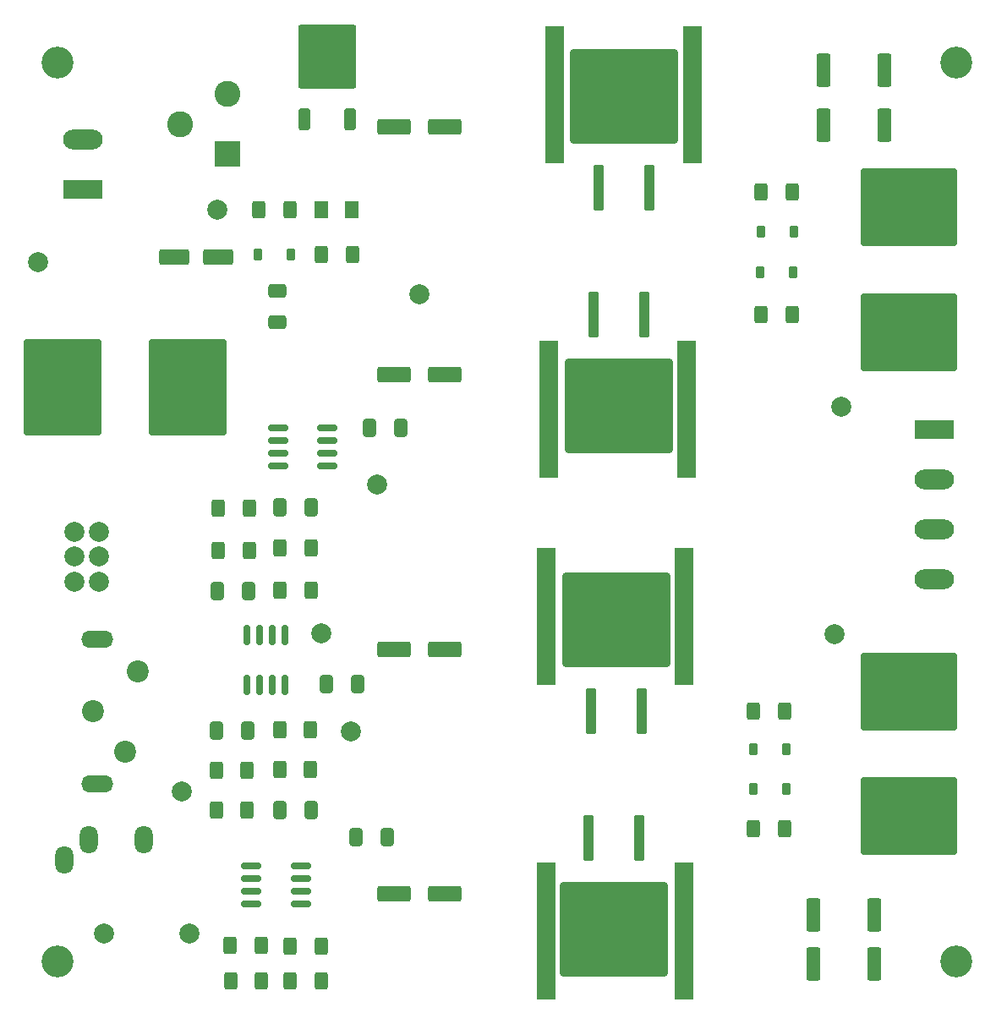
<source format=gts>
%TF.GenerationSoftware,KiCad,Pcbnew,8.0.0*%
%TF.CreationDate,2024-05-08T19:12:33-04:00*%
%TF.ProjectId,Basic Stereo Amp v2,42617369-6320-4537-9465-72656f20416d,rev?*%
%TF.SameCoordinates,Original*%
%TF.FileFunction,Soldermask,Top*%
%TF.FilePolarity,Negative*%
%FSLAX46Y46*%
G04 Gerber Fmt 4.6, Leading zero omitted, Abs format (unit mm)*
G04 Created by KiCad (PCBNEW 8.0.0) date 2024-05-08 19:12:33*
%MOMM*%
%LPD*%
G01*
G04 APERTURE LIST*
G04 Aperture macros list*
%AMRoundRect*
0 Rectangle with rounded corners*
0 $1 Rounding radius*
0 $2 $3 $4 $5 $6 $7 $8 $9 X,Y pos of 4 corners*
0 Add a 4 corners polygon primitive as box body*
4,1,4,$2,$3,$4,$5,$6,$7,$8,$9,$2,$3,0*
0 Add four circle primitives for the rounded corners*
1,1,$1+$1,$2,$3*
1,1,$1+$1,$4,$5*
1,1,$1+$1,$6,$7*
1,1,$1+$1,$8,$9*
0 Add four rect primitives between the rounded corners*
20,1,$1+$1,$2,$3,$4,$5,0*
20,1,$1+$1,$4,$5,$6,$7,0*
20,1,$1+$1,$6,$7,$8,$9,0*
20,1,$1+$1,$8,$9,$2,$3,0*%
G04 Aperture macros list end*
%ADD10RoundRect,0.250000X0.400000X0.625000X-0.400000X0.625000X-0.400000X-0.625000X0.400000X-0.625000X0*%
%ADD11RoundRect,0.249998X-4.550002X3.650002X-4.550002X-3.650002X4.550002X-3.650002X4.550002X3.650002X0*%
%ADD12RoundRect,0.249999X0.450001X1.425001X-0.450001X1.425001X-0.450001X-1.425001X0.450001X-1.425001X0*%
%ADD13C,2.000000*%
%ADD14RoundRect,0.250000X0.350000X-0.850000X0.350000X0.850000X-0.350000X0.850000X-0.350000X-0.850000X0*%
%ADD15RoundRect,0.249997X2.650003X-2.950003X2.650003X2.950003X-2.650003X2.950003X-2.650003X-2.950003X0*%
%ADD16O,1.800000X2.800000*%
%ADD17RoundRect,0.250000X-0.400000X-0.625000X0.400000X-0.625000X0.400000X0.625000X-0.400000X0.625000X0*%
%ADD18C,3.200000*%
%ADD19RoundRect,0.250000X-1.412500X-0.550000X1.412500X-0.550000X1.412500X0.550000X-1.412500X0.550000X0*%
%ADD20RoundRect,0.250000X0.300000X-2.050000X0.300000X2.050000X-0.300000X2.050000X-0.300000X-2.050000X0*%
%ADD21RoundRect,0.250002X5.149998X-4.449998X5.149998X4.449998X-5.149998X4.449998X-5.149998X-4.449998X0*%
%ADD22RoundRect,0.150000X-0.150000X0.825000X-0.150000X-0.825000X0.150000X-0.825000X0.150000X0.825000X0*%
%ADD23O,3.200000X1.700000*%
%ADD24C,2.200000*%
%ADD25RoundRect,0.225000X-0.225000X-0.375000X0.225000X-0.375000X0.225000X0.375000X-0.225000X0.375000X0*%
%ADD26RoundRect,0.225000X0.225000X0.375000X-0.225000X0.375000X-0.225000X-0.375000X0.225000X-0.375000X0*%
%ADD27R,1.850000X13.700000*%
%ADD28RoundRect,0.250000X0.412500X0.650000X-0.412500X0.650000X-0.412500X-0.650000X0.412500X-0.650000X0*%
%ADD29RoundRect,0.250000X-0.300000X2.050000X-0.300000X-2.050000X0.300000X-2.050000X0.300000X2.050000X0*%
%ADD30RoundRect,0.250002X-5.149998X4.449998X-5.149998X-4.449998X5.149998X-4.449998X5.149998X4.449998X0*%
%ADD31RoundRect,0.250000X-0.650000X0.412500X-0.650000X-0.412500X0.650000X-0.412500X0.650000X0.412500X0*%
%ADD32RoundRect,0.250000X-0.412500X-0.650000X0.412500X-0.650000X0.412500X0.650000X-0.412500X0.650000X0*%
%ADD33RoundRect,0.249998X4.550002X-3.650002X4.550002X3.650002X-4.550002X3.650002X-4.550002X-3.650002X0*%
%ADD34RoundRect,0.249999X-0.450001X-1.425001X0.450001X-1.425001X0.450001X1.425001X-0.450001X1.425001X0*%
%ADD35R,3.960000X1.980000*%
%ADD36O,3.960000X1.980000*%
%ADD37RoundRect,0.150000X-0.825000X-0.150000X0.825000X-0.150000X0.825000X0.150000X-0.825000X0.150000X0*%
%ADD38RoundRect,0.250001X0.462499X0.624999X-0.462499X0.624999X-0.462499X-0.624999X0.462499X-0.624999X0*%
%ADD39R,2.600000X2.600000*%
%ADD40C,2.600000*%
%ADD41RoundRect,0.249998X3.650002X4.550002X-3.650002X4.550002X-3.650002X-4.550002X3.650002X-4.550002X0*%
%ADD42RoundRect,0.250000X1.250000X0.550000X-1.250000X0.550000X-1.250000X-0.550000X1.250000X-0.550000X0*%
G04 APERTURE END LIST*
D10*
%TO.C,R7*%
X130387500Y-103637500D03*
X127287500Y-103637500D03*
%TD*%
D11*
%TO.C,C9*%
X190250000Y-69500000D03*
X190250000Y-82000000D03*
%TD*%
D12*
%TO.C,R18*%
X187800000Y-55750000D03*
X181700000Y-55750000D03*
%TD*%
D13*
%TO.C,TP11*%
X103000000Y-75000000D03*
%TD*%
D10*
%TO.C,R5*%
X123987500Y-125875000D03*
X120887500Y-125875000D03*
%TD*%
D14*
%TO.C,Q5*%
X129722500Y-60700000D03*
D15*
X132002500Y-54400000D03*
D14*
X134282500Y-60700000D03*
%TD*%
D10*
%TO.C,R3*%
X124187500Y-99675000D03*
X121087500Y-99675000D03*
%TD*%
D13*
%TO.C,TP6*%
X141250000Y-78250000D03*
%TD*%
D16*
%TO.C,J4*%
X113600000Y-132850000D03*
X105700000Y-134850000D03*
X108100000Y-132850000D03*
%TD*%
D17*
%TO.C,R4*%
X121087500Y-103875000D03*
X124187500Y-103875000D03*
%TD*%
%TO.C,R10*%
X128300000Y-147000000D03*
X131400000Y-147000000D03*
%TD*%
D18*
%TO.C,H4*%
X195000000Y-145000000D03*
%TD*%
D13*
%TO.C,TP10*%
X121000000Y-69750000D03*
%TD*%
D19*
%TO.C,C7*%
X138712500Y-113750000D03*
X143787500Y-113750000D03*
%TD*%
D20*
%TO.C,Q4*%
X158420000Y-120000000D03*
D21*
X160960000Y-110850000D03*
D20*
X163500000Y-120000000D03*
%TD*%
D22*
%TO.C,U2*%
X127742500Y-112362500D03*
X126472500Y-112362500D03*
X125202500Y-112362500D03*
X123932500Y-112362500D03*
X123932500Y-117312500D03*
X125202500Y-117312500D03*
X126472500Y-117312500D03*
X127742500Y-117312500D03*
%TD*%
D23*
%TO.C,J1*%
X109000000Y-127250000D03*
X109000000Y-112750000D03*
D24*
X113000000Y-116000000D03*
X111750000Y-124000000D03*
X108500000Y-120000000D03*
%TD*%
D25*
%TO.C,D2*%
X175400000Y-72000000D03*
X178700000Y-72000000D03*
%TD*%
D17*
%TO.C,R1*%
X122250000Y-143450000D03*
X125350000Y-143450000D03*
%TD*%
D13*
%TO.C,TP5*%
X131400000Y-112200000D03*
%TD*%
D17*
%TO.C,R11*%
X127287500Y-107837500D03*
X130387500Y-107837500D03*
%TD*%
D13*
%TO.C,TP8*%
X183500000Y-89500000D03*
%TD*%
D19*
%TO.C,C5*%
X138712500Y-86250000D03*
X143787500Y-86250000D03*
%TD*%
D13*
%TO.C,TP1*%
X117400000Y-128000000D03*
%TD*%
D26*
%TO.C,D3*%
X177955000Y-123750000D03*
X174655000Y-123750000D03*
%TD*%
D27*
%TO.C,HS4*%
X153910000Y-142000000D03*
X167750000Y-142000000D03*
%TD*%
D28*
%TO.C,C1*%
X130400000Y-99550000D03*
X127275000Y-99550000D03*
%TD*%
D17*
%TO.C,R22*%
X125150000Y-69800000D03*
X128250000Y-69800000D03*
%TD*%
D29*
%TO.C,Q3*%
X163240000Y-132700000D03*
D30*
X160700000Y-141850000D03*
D29*
X158160000Y-132700000D03*
%TD*%
D10*
%TO.C,R2*%
X125400000Y-147000000D03*
X122300000Y-147000000D03*
%TD*%
D31*
%TO.C,C16*%
X127000000Y-77875000D03*
X127000000Y-81000000D03*
%TD*%
D18*
%TO.C,H1*%
X105000000Y-55000000D03*
%TD*%
D25*
%TO.C,D5*%
X125050000Y-74250000D03*
X128350000Y-74250000D03*
%TD*%
D27*
%TO.C,HS2*%
X153920000Y-110500000D03*
X167760000Y-110500000D03*
%TD*%
D19*
%TO.C,C6*%
X138712500Y-61500000D03*
X143787500Y-61500000D03*
%TD*%
D17*
%TO.C,R6*%
X120887500Y-129875000D03*
X123987500Y-129875000D03*
%TD*%
D32*
%TO.C,C11*%
X131875000Y-117275000D03*
X135000000Y-117275000D03*
%TD*%
D33*
%TO.C,C10*%
X190250000Y-130500000D03*
X190250000Y-118000000D03*
%TD*%
D25*
%TO.C,D4*%
X174700000Y-127750000D03*
X178000000Y-127750000D03*
%TD*%
D27*
%TO.C,HS3*%
X154750000Y-58250000D03*
X168590000Y-58250000D03*
%TD*%
D13*
%TO.C,TP4*%
X134400000Y-122000000D03*
%TD*%
D18*
%TO.C,H2*%
X195000000Y-55000000D03*
%TD*%
D34*
%TO.C,R17*%
X181650000Y-61250000D03*
X187750000Y-61250000D03*
%TD*%
D13*
%TO.C,RV1*%
X109162500Y-107000000D03*
X109162500Y-104500000D03*
X109162500Y-102000000D03*
X106662500Y-107000000D03*
X106662500Y-104500000D03*
X106662500Y-102000000D03*
%TD*%
D35*
%TO.C,J3*%
X192750000Y-91740000D03*
D36*
X192750000Y-96740000D03*
X192750000Y-101740000D03*
X192750000Y-106740000D03*
%TD*%
D35*
%TO.C,J2*%
X107500000Y-67765000D03*
D36*
X107500000Y-62765000D03*
%TD*%
D17*
%TO.C,R14*%
X175450000Y-68000000D03*
X178550000Y-68000000D03*
%TD*%
D37*
%TO.C,U1*%
X124400000Y-135440000D03*
X124400000Y-136710000D03*
X124400000Y-137980000D03*
X124400000Y-139250000D03*
X129350000Y-139250000D03*
X129350000Y-137980000D03*
X129350000Y-136710000D03*
X129350000Y-135440000D03*
%TD*%
D20*
%TO.C,Q1*%
X159175000Y-67525000D03*
D21*
X161715000Y-58375000D03*
D20*
X164255000Y-67525000D03*
%TD*%
D17*
%TO.C,R16*%
X174700000Y-131750000D03*
X177800000Y-131750000D03*
%TD*%
D13*
%TO.C,TP3*%
X118200000Y-142200000D03*
%TD*%
%TO.C,TP7*%
X137000000Y-97250000D03*
%TD*%
D34*
%TO.C,R19*%
X180650000Y-140360000D03*
X186750000Y-140360000D03*
%TD*%
D12*
%TO.C,R20*%
X186750000Y-145250000D03*
X180650000Y-145250000D03*
%TD*%
D10*
%TO.C,R9*%
X131400000Y-143500000D03*
X128300000Y-143500000D03*
%TD*%
D27*
%TO.C,HS1*%
X167990000Y-89725000D03*
X154150000Y-89725000D03*
%TD*%
D29*
%TO.C,Q2*%
X163740000Y-80225000D03*
D30*
X161200000Y-89375000D03*
D29*
X158660000Y-80225000D03*
%TD*%
D28*
%TO.C,C4*%
X124000000Y-121875000D03*
X120875000Y-121875000D03*
%TD*%
D38*
%TO.C,D6*%
X134415000Y-69760000D03*
X131440000Y-69760000D03*
%TD*%
D10*
%TO.C,R15*%
X177800000Y-120000000D03*
X174700000Y-120000000D03*
%TD*%
D26*
%TO.C,D1*%
X178650000Y-76000000D03*
X175350000Y-76000000D03*
%TD*%
D28*
%TO.C,C3*%
X124150000Y-107912500D03*
X121025000Y-107912500D03*
%TD*%
D39*
%TO.C,J5*%
X122000000Y-64200000D03*
D40*
X122000000Y-58200000D03*
X117300000Y-61200000D03*
%TD*%
D19*
%TO.C,C8*%
X138712500Y-138250000D03*
X143787500Y-138250000D03*
%TD*%
D18*
%TO.C,H3*%
X105000000Y-145000000D03*
%TD*%
D13*
%TO.C,TP9*%
X182750000Y-112250000D03*
%TD*%
D10*
%TO.C,R13*%
X178550000Y-80250000D03*
X175450000Y-80250000D03*
%TD*%
D17*
%TO.C,R12*%
X127237500Y-121837500D03*
X130337500Y-121837500D03*
%TD*%
D41*
%TO.C,C13*%
X118000000Y-87500000D03*
X105500000Y-87500000D03*
%TD*%
D32*
%TO.C,C12*%
X136237500Y-91600000D03*
X139362500Y-91600000D03*
%TD*%
D42*
%TO.C,C15*%
X121087500Y-74500000D03*
X116687500Y-74500000D03*
%TD*%
D32*
%TO.C,C14*%
X134837500Y-132600000D03*
X137962500Y-132600000D03*
%TD*%
D28*
%TO.C,C2*%
X130400000Y-129837500D03*
X127275000Y-129837500D03*
%TD*%
D10*
%TO.C,R8*%
X130337500Y-125837500D03*
X127237500Y-125837500D03*
%TD*%
D17*
%TO.C,R21*%
X131400000Y-74250000D03*
X134500000Y-74250000D03*
%TD*%
D13*
%TO.C,TP2*%
X109600000Y-142200000D03*
%TD*%
D37*
%TO.C,U3*%
X127075000Y-91575000D03*
X127075000Y-92845000D03*
X127075000Y-94115000D03*
X127075000Y-95385000D03*
X132025000Y-95385000D03*
X132025000Y-94115000D03*
X132025000Y-92845000D03*
X132025000Y-91575000D03*
%TD*%
M02*

</source>
